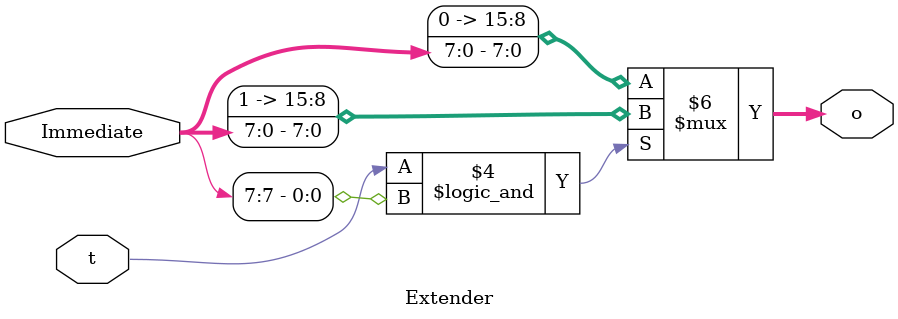
<source format=v>
`timescale 1ns / 1ps
module Extender(
    input [7:0] Immediate,
    output reg [15:0] o,
    input t	 
    );
	 
	 always @ (t or Immediate) begin
		 if(t == 1 && Immediate[7] == 1) begin
			o = {8'b11111111,Immediate};
		 end else begin
			o = {8'b00000000,Immediate};
		 end
	 end

endmodule

</source>
